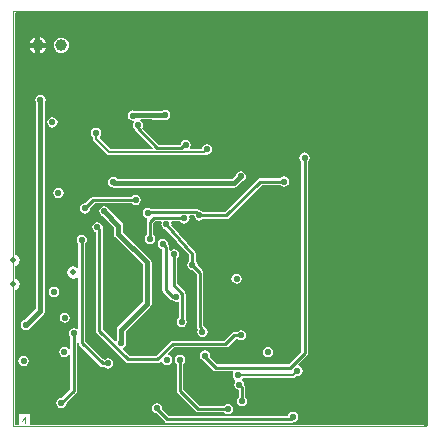
<source format=gbl>
G04 Layer_Physical_Order=4*
G04 Layer_Color=12500520*
%FSLAX43Y43*%
%MOMM*%
G71*
G01*
G75*
%ADD10C,0.254*%
%ADD56C,0.279*%
%ADD57C,0.203*%
%ADD58C,0.429*%
%ADD59C,0.457*%
%ADD60C,0.245*%
%ADD67C,0.100*%
%ADD68C,1.000*%
%ADD69C,0.500*%
%ADD70C,0.550*%
G36*
X71575Y66650D02*
Y31623D01*
Y31605D01*
X71464Y31536D01*
X71377Y31623D01*
X38012D01*
Y31623D01*
Y32599D01*
X37059D01*
Y31623D01*
Y31623D01*
X36741D01*
X36741Y31623D01*
X36741D01*
Y31623D01*
Y31845D01*
D01*
Y31898D01*
Y31907D01*
D01*
Y31927D01*
Y32167D01*
D01*
Y32405D01*
Y32501D01*
D01*
Y32642D01*
Y32645D01*
D01*
Y32737D01*
Y32767D01*
D01*
Y32770D01*
X36741Y33092D01*
D01*
Y33167D01*
Y33220D01*
D01*
Y33239D01*
Y33361D01*
D01*
Y33367D01*
Y34370D01*
D01*
Y34460D01*
Y34684D01*
D01*
Y34687D01*
Y35075D01*
D01*
Y35348D01*
Y35435D01*
D01*
Y35480D01*
Y35557D01*
D01*
Y35606D01*
Y35626D01*
D01*
Y35698D01*
Y35822D01*
D01*
Y35843D01*
X36741Y36246D01*
D01*
Y36299D01*
Y36413D01*
D01*
Y36439D01*
Y36590D01*
D01*
Y36612D01*
Y36674D01*
D01*
Y36674D01*
Y36724D01*
D01*
Y36785D01*
Y36799D01*
D01*
Y36852D01*
Y36875D01*
D01*
Y36917D01*
Y37072D01*
D01*
Y37084D01*
Y37410D01*
D01*
Y37418D01*
Y37541D01*
D01*
Y37563D01*
Y37570D01*
D01*
Y37572D01*
Y37664D01*
D01*
Y37679D01*
Y37708D01*
D01*
Y37773D01*
Y38053D01*
D01*
Y38082D01*
Y38129D01*
D01*
Y38154D01*
Y38223D01*
D01*
Y38243D01*
Y38770D01*
D01*
Y38775D01*
Y38791D01*
D01*
Y38814D01*
X36741Y38942D01*
D01*
Y38965D01*
Y39113D01*
D01*
Y39145D01*
Y39451D01*
D01*
Y39451D01*
Y39653D01*
D01*
Y39653D01*
Y39856D01*
D01*
Y39857D01*
Y40219D01*
D01*
Y40299D01*
Y40741D01*
D01*
Y40908D01*
Y41351D01*
D01*
Y41512D01*
X36741Y43076D01*
X36774Y43083D01*
X36942Y43195D01*
X37054Y43363D01*
X37094Y43561D01*
X37054Y43759D01*
X36942Y43927D01*
X36774Y44039D01*
X36741Y44046D01*
X36741Y45108D01*
X36774Y45115D01*
X36942Y45227D01*
X37054Y45395D01*
X37094Y45593D01*
X37054Y45791D01*
X36942Y45959D01*
X36774Y46071D01*
X36741Y46078D01*
X36741Y47745D01*
D01*
Y47745D01*
Y48554D01*
D01*
Y48641D01*
Y48982D01*
D01*
Y49000D01*
Y49118D01*
D01*
Y49118D01*
Y49236D01*
D01*
Y49292D01*
Y49442D01*
D01*
Y49564D01*
Y50000D01*
D01*
Y50003D01*
Y50167D01*
D01*
Y50186D01*
Y50392D01*
D01*
Y50403D01*
Y50430D01*
D01*
Y50436D01*
X36741Y50905D01*
D01*
Y50963D01*
Y51000D01*
D01*
Y51008D01*
Y51965D01*
D01*
Y51988D01*
Y52392D01*
D01*
Y52440D01*
Y52533D01*
D01*
Y52536D01*
Y52628D01*
D01*
Y52676D01*
X36741Y53992D01*
D01*
Y54133D01*
Y54567D01*
D01*
Y54588D01*
Y54824D01*
D01*
Y54996D01*
Y55680D01*
D01*
Y55697D01*
Y55775D01*
D01*
Y55781D01*
Y55808D01*
D01*
Y55937D01*
Y56047D01*
D01*
Y56080D01*
Y56221D01*
D01*
X36741Y56568D01*
Y56660D01*
D01*
Y56689D01*
Y56804D01*
D01*
Y56824D01*
Y57190D01*
D01*
Y57311D01*
Y57331D01*
D01*
Y57417D01*
Y57428D01*
D01*
Y57450D01*
Y57476D01*
D01*
Y57516D01*
Y57585D01*
D01*
Y57604D01*
Y57680D01*
D01*
Y57686D01*
Y58020D01*
D01*
Y58079D01*
Y58161D01*
D01*
Y58264D01*
Y58289D01*
D01*
Y58994D01*
Y59015D01*
D01*
X36741Y59585D01*
X36741Y63123D01*
D01*
Y63169D01*
Y63235D01*
D01*
Y63303D01*
Y63476D01*
D01*
Y63614D01*
Y63634D01*
D01*
Y64159D01*
Y64270D01*
D01*
Y64419D01*
Y64440D01*
D01*
X36741Y66560D01*
D01*
Y66560D01*
X36831Y66650D01*
X71575Y66650D01*
D02*
G37*
G36*
X37656Y31951D02*
X37733D01*
Y31887D01*
X37656D01*
Y31750D01*
X37586D01*
Y31887D01*
X37338D01*
Y31951D01*
X37599Y32319D01*
X37656D01*
Y31951D01*
D02*
G37*
%LPC*%
G36*
X38862Y59618D02*
X38695Y59585D01*
X38554Y59490D01*
X38459Y59349D01*
X38426Y59182D01*
X38459Y59015D01*
X38474Y58994D01*
Y41512D01*
X37501Y40540D01*
X37476Y40535D01*
X37335Y40440D01*
X37240Y40299D01*
X37207Y40132D01*
X37240Y39965D01*
X37335Y39824D01*
X37476Y39729D01*
X37643Y39696D01*
X37810Y39729D01*
X37951Y39824D01*
X38045Y39965D01*
X38050Y39990D01*
X39137Y41077D01*
X39221Y41203D01*
X39250Y41351D01*
Y58994D01*
X39265Y59015D01*
X39298Y59182D01*
X39265Y59349D01*
X39170Y59490D01*
X39029Y59585D01*
X38862Y59618D01*
D02*
G37*
G36*
X44275Y50186D02*
X44108Y50153D01*
X43967Y50058D01*
X43872Y49917D01*
X43839Y49750D01*
X43872Y49583D01*
X43967Y49442D01*
X44108Y49347D01*
X44133Y49342D01*
X45087Y48389D01*
Y47850D01*
X45116Y47701D01*
X45200Y47575D01*
X47516Y45260D01*
Y42096D01*
X45420Y40000D01*
X45336Y39874D01*
X45306Y39726D01*
Y38796D01*
X45306Y38795D01*
X45168Y38753D01*
X44151Y39771D01*
Y48209D01*
X44151Y48209D01*
X44129Y48318D01*
X44114Y48340D01*
X44124Y48387D01*
X44091Y48554D01*
X43996Y48695D01*
X43855Y48790D01*
X43688Y48823D01*
X43521Y48790D01*
X43380Y48695D01*
X43285Y48554D01*
X43252Y48387D01*
X43285Y48220D01*
X43380Y48079D01*
X43521Y47984D01*
X43581Y47973D01*
Y39653D01*
X43581Y39653D01*
X43603Y39544D01*
X43664Y39451D01*
X46106Y37010D01*
X46199Y36948D01*
X46308Y36926D01*
X46308Y36926D01*
X48769D01*
X48770Y36926D01*
X48879Y36948D01*
X48971Y37010D01*
X49033Y37072D01*
X49171Y37030D01*
X49178Y36993D01*
X49273Y36852D01*
X49414Y36758D01*
X49581Y36724D01*
X49748Y36758D01*
X49889Y36852D01*
X49983Y36993D01*
X50017Y37160D01*
X49983Y37327D01*
X49889Y37468D01*
X49748Y37563D01*
X49711Y37570D01*
X49669Y37708D01*
X50183Y38222D01*
X54534D01*
X54534Y38222D01*
X54643Y38243D01*
X54735Y38305D01*
X55395Y38965D01*
X55551D01*
X55567Y38942D01*
X55708Y38847D01*
X55875Y38814D01*
X56042Y38847D01*
X56183Y38942D01*
X56278Y39083D01*
X56311Y39250D01*
X56278Y39417D01*
X56183Y39558D01*
X56042Y39653D01*
X55875Y39686D01*
X55708Y39653D01*
X55567Y39558D01*
X55551Y39535D01*
X55277D01*
X55277Y39535D01*
X55168Y39513D01*
X55076Y39451D01*
X55076Y39451D01*
X54416Y38791D01*
X50065D01*
X50065Y38791D01*
X49956Y38770D01*
X49863Y38708D01*
X48652Y37496D01*
X46426D01*
X45840Y38082D01*
X45882Y38219D01*
X46003Y38300D01*
X46097Y38441D01*
X46130Y38608D01*
X46097Y38775D01*
X46083Y38796D01*
Y39565D01*
X48179Y41661D01*
X48263Y41787D01*
X48293Y41935D01*
Y45421D01*
X48268Y45545D01*
X48263Y45569D01*
X48179Y45695D01*
X45863Y48011D01*
Y48550D01*
X45839Y48674D01*
X45834Y48699D01*
X45750Y48825D01*
X44683Y49892D01*
X44678Y49917D01*
X44583Y50058D01*
X44442Y50153D01*
X44275Y50186D01*
D02*
G37*
G36*
X49225Y47436D02*
X49058Y47403D01*
X48917Y47308D01*
X48822Y47167D01*
X48789Y47000D01*
X48822Y46833D01*
X48917Y46692D01*
X49058Y46597D01*
X49190Y46571D01*
Y43100D01*
X49190Y43100D01*
X49212Y42991D01*
X49274Y42899D01*
X49854Y42318D01*
X49854Y42318D01*
X49946Y42256D01*
X49984Y42249D01*
X50009Y42211D01*
X50151Y42117D01*
X50317Y42084D01*
X50460Y42112D01*
X50587Y42045D01*
Y40741D01*
X50517Y40694D01*
X50423Y40553D01*
X50390Y40386D01*
X50423Y40219D01*
X50517Y40078D01*
X50659Y39983D01*
X50825Y39950D01*
X50992Y39983D01*
X51134Y40078D01*
X51228Y40219D01*
X51261Y40386D01*
X51228Y40553D01*
X51157Y40660D01*
Y42768D01*
X51135Y42877D01*
X51073Y42970D01*
X51073Y42970D01*
X50450Y43593D01*
Y45777D01*
X50473Y45793D01*
X50568Y45934D01*
X50601Y46101D01*
X50568Y46268D01*
X50473Y46409D01*
X50332Y46504D01*
X50165Y46537D01*
X49998Y46504D01*
X49887Y46429D01*
X49784Y46466D01*
X49760Y46485D01*
Y46750D01*
X49760Y46750D01*
X49738Y46859D01*
X49676Y46951D01*
X49655Y46973D01*
X49661Y47000D01*
X49628Y47167D01*
X49533Y47308D01*
X49392Y47403D01*
X49225Y47436D01*
D02*
G37*
G36*
X40005Y43362D02*
X39838Y43329D01*
X39697Y43234D01*
X39602Y43093D01*
X39569Y42926D01*
X39602Y42759D01*
X39697Y42618D01*
X39838Y42523D01*
X40005Y42490D01*
X40172Y42523D01*
X40313Y42618D01*
X40408Y42759D01*
X40441Y42926D01*
X40408Y43093D01*
X40313Y43234D01*
X40172Y43329D01*
X40005Y43362D01*
D02*
G37*
G36*
X40919Y41177D02*
X40753Y41144D01*
X40611Y41050D01*
X40517Y40908D01*
X40484Y40742D01*
X40517Y40575D01*
X40611Y40433D01*
X40753Y40339D01*
X40919Y40306D01*
X41086Y40339D01*
X41228Y40433D01*
X41322Y40575D01*
X41355Y40742D01*
X41322Y40908D01*
X41228Y41050D01*
X41086Y41144D01*
X40919Y41177D01*
D02*
G37*
G36*
X58141Y38256D02*
X57974Y38223D01*
X57832Y38129D01*
X57738Y37987D01*
X57705Y37821D01*
X57738Y37654D01*
X57832Y37512D01*
X57974Y37418D01*
X58141Y37385D01*
X58307Y37418D01*
X58449Y37512D01*
X58543Y37654D01*
X58576Y37821D01*
X58543Y37987D01*
X58449Y38129D01*
X58307Y38223D01*
X58141Y38256D01*
D02*
G37*
G36*
X48725Y33511D02*
X48558Y33478D01*
X48417Y33383D01*
X48322Y33242D01*
X48289Y33075D01*
X48322Y32908D01*
X48417Y32767D01*
X48558Y32672D01*
X48696Y32645D01*
X49414Y31927D01*
X49505Y31866D01*
X49612Y31845D01*
X60040D01*
X60147Y31866D01*
X60208Y31907D01*
X60249Y31898D01*
X60416Y31932D01*
X60557Y32026D01*
X60651Y32167D01*
X60685Y32334D01*
X60651Y32501D01*
X60557Y32642D01*
X60416Y32737D01*
X60249Y32770D01*
X60082Y32737D01*
X59941Y32642D01*
X59846Y32501D01*
X59827Y32405D01*
X49728D01*
X49144Y32990D01*
X49161Y33075D01*
X49128Y33242D01*
X49033Y33383D01*
X48892Y33478D01*
X48725Y33511D01*
D02*
G37*
G36*
X37586Y32206D02*
X37406Y31951D01*
X37586D01*
Y32206D01*
D02*
G37*
G36*
X50674Y37596D02*
X50507Y37563D01*
X50366Y37468D01*
X50271Y37327D01*
X50238Y37160D01*
X50271Y36993D01*
X50366Y36852D01*
X50394Y36833D01*
Y34568D01*
X50415Y34461D01*
X50476Y34370D01*
X52044Y32802D01*
X52135Y32741D01*
X52242Y32720D01*
X54398D01*
X54417Y32692D01*
X54558Y32597D01*
X54725Y32564D01*
X54892Y32597D01*
X55033Y32692D01*
X55128Y32833D01*
X55161Y33000D01*
X55128Y33167D01*
X55033Y33308D01*
X54892Y33403D01*
X54725Y33436D01*
X54558Y33403D01*
X54417Y33308D01*
X54398Y33280D01*
X52359D01*
X50954Y34684D01*
Y36833D01*
X50982Y36852D01*
X51077Y36993D01*
X51110Y37160D01*
X51077Y37327D01*
X50982Y37468D01*
X50841Y37563D01*
X50674Y37596D01*
D02*
G37*
G36*
X61225Y54736D02*
X61058Y54703D01*
X60917Y54608D01*
X60822Y54467D01*
X60789Y54300D01*
X60822Y54133D01*
X60917Y53992D01*
X60940Y53976D01*
Y37852D01*
X59873Y36785D01*
X53813D01*
X53212Y37387D01*
X53242Y37541D01*
X53209Y37708D01*
X53115Y37849D01*
X52973Y37944D01*
X52807Y37977D01*
X52640Y37944D01*
X52498Y37849D01*
X52404Y37708D01*
X52371Y37541D01*
X52404Y37374D01*
X52498Y37233D01*
X52640Y37139D01*
X52657Y37135D01*
X53494Y36299D01*
X53586Y36237D01*
X53695Y36215D01*
X53695Y36215D01*
X55143D01*
X55210Y36088D01*
X55173Y36032D01*
X55139Y35865D01*
X55173Y35698D01*
X55267Y35557D01*
X55345Y35505D01*
X55386Y35398D01*
X55368Y35348D01*
X55297Y35242D01*
X55264Y35075D01*
X55297Y34908D01*
X55392Y34767D01*
X55533Y34672D01*
X55640Y34651D01*
Y33999D01*
X55617Y33983D01*
X55522Y33842D01*
X55489Y33675D01*
X55522Y33508D01*
X55617Y33367D01*
X55758Y33272D01*
X55925Y33239D01*
X56092Y33272D01*
X56233Y33367D01*
X56328Y33508D01*
X56361Y33675D01*
X56328Y33842D01*
X56233Y33983D01*
X56210Y33999D01*
Y34850D01*
X56188Y34959D01*
X56130Y35046D01*
X56136Y35075D01*
X56103Y35242D01*
X56008Y35383D01*
X55930Y35435D01*
X55913Y35480D01*
X55990Y35606D01*
X60249D01*
X60348Y35626D01*
X60432Y35682D01*
X60572Y35822D01*
X60630Y35810D01*
X60797Y35843D01*
X60938Y35938D01*
X61032Y36079D01*
X61066Y36246D01*
X61032Y36413D01*
X60938Y36554D01*
X60797Y36648D01*
X60735Y36661D01*
X60693Y36799D01*
X61466Y37572D01*
X61528Y37664D01*
X61550Y37773D01*
X61528Y37882D01*
X61510Y37909D01*
Y53976D01*
X61533Y53992D01*
X61628Y54133D01*
X61661Y54300D01*
X61628Y54467D01*
X61533Y54608D01*
X61392Y54703D01*
X61225Y54736D01*
D02*
G37*
G36*
X37440Y37520D02*
X37273Y37487D01*
X37131Y37392D01*
X37037Y37251D01*
X37004Y37084D01*
X37037Y36917D01*
X37131Y36776D01*
X37273Y36681D01*
X37440Y36648D01*
X37606Y36681D01*
X37748Y36776D01*
X37842Y36917D01*
X37875Y37084D01*
X37842Y37251D01*
X37748Y37392D01*
X37606Y37487D01*
X37440Y37520D01*
D02*
G37*
G36*
X39316Y63614D02*
X38824D01*
Y63123D01*
X38988Y63191D01*
X39135Y63303D01*
X39248Y63450D01*
X39316Y63614D01*
D02*
G37*
G36*
X38443D02*
X37951D01*
X38019Y63450D01*
X38132Y63303D01*
X38279Y63191D01*
X38443Y63123D01*
Y63614D01*
D02*
G37*
G36*
X49403Y58348D02*
X49236Y58315D01*
X49161Y58264D01*
X46743Y58276D01*
X46678Y58289D01*
X46511Y58256D01*
X46370Y58161D01*
X46276Y58020D01*
X46242Y57853D01*
X46276Y57686D01*
X46370Y57545D01*
X46511Y57450D01*
X46678Y57417D01*
X46733Y57428D01*
X46765Y57387D01*
X46796Y57311D01*
X46714Y57190D01*
X46681Y57023D01*
X46714Y56856D01*
X46809Y56715D01*
X46848Y56689D01*
X46854Y56660D01*
X46916Y56568D01*
X48370Y55113D01*
X48321Y54996D01*
X44811D01*
X43870Y55937D01*
X43869Y56080D01*
X43964Y56221D01*
X43997Y56388D01*
X43964Y56555D01*
X43869Y56696D01*
X43728Y56791D01*
X43561Y56824D01*
X43394Y56791D01*
X43253Y56696D01*
X43158Y56555D01*
X43125Y56388D01*
X43158Y56221D01*
X43253Y56080D01*
X43302Y56047D01*
Y55880D01*
X43322Y55781D01*
X43378Y55697D01*
X44521Y54554D01*
X44605Y54498D01*
X44704Y54478D01*
X52705D01*
X52804Y54498D01*
X52888Y54554D01*
X52901Y54567D01*
X52959Y54555D01*
X53126Y54588D01*
X53267Y54683D01*
X53362Y54824D01*
X53395Y54991D01*
X53362Y55158D01*
X53267Y55299D01*
X53126Y55394D01*
X52959Y55427D01*
X52792Y55394D01*
X52651Y55299D01*
X52556Y55158D01*
X52524Y54996D01*
X51569D01*
X51501Y55123D01*
X51556Y55205D01*
X51589Y55372D01*
X51556Y55539D01*
X51461Y55680D01*
X51320Y55775D01*
X51153Y55808D01*
X50986Y55775D01*
X50845Y55680D01*
X50750Y55539D01*
X50734Y55455D01*
X50682Y55403D01*
X48886D01*
X47485Y56804D01*
X47520Y56856D01*
X47553Y57023D01*
X47520Y57190D01*
X47425Y57331D01*
X47325Y57398D01*
X47363Y57525D01*
X49226Y57516D01*
X49236Y57509D01*
X49403Y57476D01*
X49570Y57509D01*
X49711Y57604D01*
X49806Y57745D01*
X49839Y57912D01*
X49806Y58079D01*
X49711Y58220D01*
X49570Y58315D01*
X49403Y58348D01*
D02*
G37*
G36*
X38824Y64487D02*
Y63995D01*
X39316D01*
X39248Y64159D01*
X39135Y64306D01*
X38988Y64419D01*
X38824Y64487D01*
D02*
G37*
G36*
X38443D02*
X38279Y64419D01*
X38132Y64306D01*
X38019Y64159D01*
X37951Y63995D01*
X38443D01*
Y64487D01*
D02*
G37*
G36*
X40633Y64463D02*
X40463Y64440D01*
X40304Y64375D01*
X40168Y64270D01*
X40064Y64134D01*
X39998Y63975D01*
X39975Y63805D01*
X39998Y63634D01*
X40064Y63476D01*
X40168Y63340D01*
X40304Y63235D01*
X40463Y63169D01*
X40633Y63147D01*
X40804Y63169D01*
X40962Y63235D01*
X41099Y63340D01*
X41203Y63476D01*
X41269Y63634D01*
X41291Y63805D01*
X41269Y63975D01*
X41203Y64134D01*
X41099Y64270D01*
X40962Y64375D01*
X40804Y64440D01*
X40633Y64463D01*
D02*
G37*
G36*
X39878Y57713D02*
X39711Y57680D01*
X39570Y57585D01*
X39475Y57444D01*
X39442Y57277D01*
X39475Y57110D01*
X39570Y56969D01*
X39711Y56874D01*
X39878Y56841D01*
X40045Y56874D01*
X40186Y56969D01*
X40281Y57110D01*
X40314Y57277D01*
X40281Y57444D01*
X40186Y57585D01*
X40045Y57680D01*
X39878Y57713D01*
D02*
G37*
G36*
X40386Y51744D02*
X40219Y51711D01*
X40078Y51616D01*
X39983Y51475D01*
X39950Y51308D01*
X39983Y51141D01*
X40078Y51000D01*
X40219Y50905D01*
X40386Y50872D01*
X40553Y50905D01*
X40694Y51000D01*
X40789Y51141D01*
X40822Y51308D01*
X40789Y51475D01*
X40694Y51616D01*
X40553Y51711D01*
X40386Y51744D01*
D02*
G37*
G36*
X42367Y47778D02*
X42200Y47745D01*
X42059Y47650D01*
X41965Y47509D01*
X41931Y47342D01*
X41965Y47175D01*
X42059Y47034D01*
X42082Y47019D01*
Y45056D01*
X41955Y44988D01*
X41854Y45055D01*
X41656Y45095D01*
X41458Y45055D01*
X41290Y44943D01*
X41178Y44775D01*
X41138Y44577D01*
X41178Y44379D01*
X41290Y44211D01*
X41458Y44099D01*
X41656Y44059D01*
X41854Y44099D01*
X41955Y44166D01*
X42082Y44098D01*
Y39801D01*
X41955Y39752D01*
X41848Y39823D01*
X41681Y39857D01*
X41515Y39823D01*
X41373Y39729D01*
X41279Y39588D01*
X41246Y39421D01*
X41279Y39254D01*
X41373Y39113D01*
X41397Y39097D01*
Y38092D01*
X41270Y38053D01*
X41202Y38154D01*
X41061Y38249D01*
X40894Y38282D01*
X40727Y38249D01*
X40586Y38154D01*
X40491Y38013D01*
X40458Y37846D01*
X40491Y37679D01*
X40586Y37538D01*
X40727Y37443D01*
X40894Y37410D01*
X41061Y37443D01*
X41202Y37538D01*
X41270Y37639D01*
X41397Y37600D01*
Y34687D01*
X40667Y33958D01*
X40640Y33964D01*
X40473Y33931D01*
X40332Y33836D01*
X40237Y33695D01*
X40204Y33528D01*
X40237Y33361D01*
X40332Y33220D01*
X40473Y33125D01*
X40640Y33092D01*
X40807Y33125D01*
X40948Y33220D01*
X41043Y33361D01*
X41076Y33528D01*
X41070Y33555D01*
X41883Y34368D01*
X41883Y34368D01*
X41945Y34460D01*
X41966Y34569D01*
X41966Y34569D01*
Y38565D01*
X42093Y38578D01*
X42104Y38524D01*
X42166Y38431D01*
X43924Y36674D01*
X43924Y36674D01*
X44016Y36612D01*
X44125Y36590D01*
X44276D01*
X44292Y36567D01*
X44433Y36472D01*
X44600Y36439D01*
X44767Y36472D01*
X44908Y36567D01*
X45003Y36708D01*
X45036Y36875D01*
X45003Y37042D01*
X44908Y37183D01*
X44767Y37278D01*
X44600Y37311D01*
X44433Y37278D01*
X44292Y37183D01*
X44171Y37231D01*
X42652Y38751D01*
Y47019D01*
X42675Y47034D01*
X42770Y47175D01*
X42803Y47342D01*
X42770Y47509D01*
X42675Y47650D01*
X42534Y47745D01*
X42367Y47778D01*
D02*
G37*
G36*
X55475Y44486D02*
X55308Y44453D01*
X55167Y44358D01*
X55072Y44217D01*
X55039Y44050D01*
X55072Y43883D01*
X55167Y43742D01*
X55308Y43647D01*
X55475Y43614D01*
X55642Y43647D01*
X55783Y43742D01*
X55878Y43883D01*
X55911Y44050D01*
X55878Y44217D01*
X55783Y44358D01*
X55642Y44453D01*
X55475Y44486D01*
D02*
G37*
G36*
X55825Y53136D02*
X55658Y53103D01*
X55517Y53008D01*
X55422Y52867D01*
X55417Y52842D01*
X55098Y52522D01*
X45340D01*
X45333Y52533D01*
X45192Y52628D01*
X45025Y52661D01*
X44858Y52628D01*
X44717Y52533D01*
X44622Y52392D01*
X44589Y52225D01*
X44622Y52058D01*
X44717Y51917D01*
X44858Y51822D01*
X44913Y51812D01*
X44967Y51775D01*
X45116Y51746D01*
X55259D01*
X55408Y51775D01*
X55534Y51859D01*
X55967Y52292D01*
X55992Y52297D01*
X56133Y52392D01*
X56228Y52533D01*
X56261Y52700D01*
X56228Y52867D01*
X56133Y53008D01*
X55992Y53103D01*
X55825Y53136D01*
D02*
G37*
G36*
X59487Y52709D02*
X59320Y52676D01*
X59179Y52581D01*
X59163Y52558D01*
X57480D01*
X57371Y52536D01*
X57279Y52475D01*
X57279Y52475D01*
X54492Y49688D01*
X52648D01*
X52632Y49711D01*
X52491Y49806D01*
X52324Y49839D01*
X52297Y49833D01*
X52239Y49890D01*
X52230Y49905D01*
X52137Y49967D01*
X52028Y49988D01*
X48138D01*
X48117Y50003D01*
X47950Y50036D01*
X47783Y50003D01*
X47642Y49908D01*
X47547Y49767D01*
X47514Y49600D01*
X47547Y49433D01*
X47642Y49292D01*
X47783Y49197D01*
X47879Y49178D01*
X47916Y49089D01*
X47924Y49040D01*
X47870Y48959D01*
X47848Y48850D01*
X47848Y48850D01*
Y47745D01*
X47825Y47730D01*
X47730Y47589D01*
X47697Y47422D01*
X47730Y47255D01*
X47825Y47114D01*
X47966Y47019D01*
X48133Y46986D01*
X48300Y47019D01*
X48441Y47114D01*
X48536Y47255D01*
X48569Y47422D01*
X48536Y47589D01*
X48441Y47730D01*
X48418Y47745D01*
Y48732D01*
X48596Y48911D01*
X49055D01*
X49123Y48784D01*
X49094Y48641D01*
X49127Y48474D01*
X49222Y48333D01*
X49363Y48238D01*
X49530Y48205D01*
X49533Y48206D01*
X51447Y46032D01*
Y45530D01*
X51432Y45520D01*
X51337Y45379D01*
X51304Y45212D01*
X51337Y45045D01*
X51432Y44904D01*
X51573Y44809D01*
X51740Y44776D01*
X51760Y44780D01*
X52090Y44451D01*
Y39954D01*
X52090Y39954D01*
X52112Y39845D01*
X52174Y39753D01*
X52190Y39736D01*
X52175Y39715D01*
X52142Y39548D01*
X52175Y39381D01*
X52270Y39240D01*
X52411Y39145D01*
X52578Y39112D01*
X52745Y39145D01*
X52886Y39240D01*
X52981Y39381D01*
X53014Y39548D01*
X52981Y39715D01*
X52886Y39856D01*
X52810Y39907D01*
X52779Y39952D01*
X52779Y39952D01*
X52660Y40072D01*
Y44569D01*
X52660Y44569D01*
X52638Y44678D01*
X52576Y44770D01*
X52576Y44770D01*
X52169Y45178D01*
X52176Y45212D01*
X52142Y45379D01*
X52048Y45520D01*
X52017Y45541D01*
Y46139D01*
X52007Y46185D01*
X52001Y46231D01*
X51997Y46239D01*
X51995Y46248D01*
X51969Y46287D01*
X51946Y46327D01*
X49955Y48589D01*
X49966Y48641D01*
X49937Y48784D01*
X50005Y48911D01*
X50699D01*
X50746Y48841D01*
X50887Y48746D01*
X51054Y48713D01*
X51221Y48746D01*
X51362Y48841D01*
X51457Y48982D01*
X51490Y49149D01*
X51461Y49292D01*
X51529Y49419D01*
X51875D01*
X51888Y49403D01*
X51921Y49236D01*
X52016Y49095D01*
X52157Y49000D01*
X52324Y48967D01*
X52491Y49000D01*
X52632Y49095D01*
X52648Y49118D01*
X54610D01*
X54610Y49118D01*
X54719Y49140D01*
X54811Y49202D01*
X57598Y51988D01*
X59163D01*
X59179Y51965D01*
X59320Y51871D01*
X59487Y51837D01*
X59654Y51871D01*
X59795Y51965D01*
X59889Y52106D01*
X59923Y52273D01*
X59889Y52440D01*
X59795Y52581D01*
X59654Y52676D01*
X59487Y52709D01*
D02*
G37*
G36*
X46925Y51136D02*
X46758Y51103D01*
X46617Y51008D01*
X46601Y50985D01*
X43350D01*
X43350Y50985D01*
X43241Y50963D01*
X43149Y50901D01*
X43149Y50901D01*
X42677Y50430D01*
X42650Y50436D01*
X42483Y50403D01*
X42342Y50308D01*
X42247Y50167D01*
X42214Y50000D01*
X42247Y49833D01*
X42342Y49692D01*
X42483Y49597D01*
X42650Y49564D01*
X42817Y49597D01*
X42958Y49692D01*
X43053Y49833D01*
X43086Y50000D01*
X43080Y50027D01*
X43468Y50415D01*
X46601D01*
X46617Y50392D01*
X46758Y50297D01*
X46925Y50264D01*
X47092Y50297D01*
X47233Y50392D01*
X47328Y50533D01*
X47361Y50700D01*
X47328Y50867D01*
X47233Y51008D01*
X47092Y51103D01*
X46925Y51136D01*
D02*
G37*
%LPD*%
D10*
X55277Y39250D02*
X55875D01*
X54534Y38506D02*
X55277Y39250D01*
X50055Y42520D02*
X50317D01*
X50872Y40432D02*
Y42768D01*
X49475Y43100D02*
X50055Y42520D01*
X50825Y40386D02*
X50872Y40432D01*
X50165Y43475D02*
X50872Y42768D01*
X61225Y37813D02*
Y54300D01*
Y37813D02*
X61265Y37773D01*
X59991Y36500D02*
X61265Y37773D01*
X53695Y36500D02*
X59991D01*
X52807Y37389D02*
X53695Y36500D01*
X52026Y49701D02*
X52324Y49403D01*
X52026Y49701D02*
X52028Y49703D01*
X48053D02*
X52028D01*
X50804Y49195D02*
X50851Y49149D01*
X48478Y49195D02*
X50804D01*
X48133Y48850D02*
X48478Y49195D01*
X47950Y49600D02*
X48053Y49703D01*
X42650Y50000D02*
X43350Y50700D01*
X46925D01*
X51732Y45212D02*
Y46139D01*
X49530Y48641D02*
X51732Y46139D01*
X49225Y47000D02*
X49475Y46750D01*
Y43100D02*
Y46750D01*
X50165Y43475D02*
Y46101D01*
X51732Y45212D02*
X52375Y44569D01*
Y39954D02*
Y44569D01*
Y39954D02*
X52578Y39751D01*
X54610Y49403D02*
X57480Y52273D01*
X55700Y35075D02*
X55925Y34850D01*
Y33675D02*
Y34850D01*
X52807Y37389D02*
Y37541D01*
X42367Y38633D02*
Y47342D01*
X46308Y37211D02*
X48770D01*
X43866Y39653D02*
Y48209D01*
Y39653D02*
X46308Y37211D01*
X44125Y36875D02*
X44600D01*
X42367Y38633D02*
X44125Y36875D01*
X48133Y47422D02*
Y48850D01*
X50851Y49149D02*
X51054D01*
X52324Y49403D02*
X54610D01*
X40640Y33528D02*
X41681Y34569D01*
X50065Y38506D02*
X54534D01*
X48770Y37211D02*
X50065Y38506D01*
X43688Y48387D02*
X43866Y48209D01*
X57480Y52273D02*
X59487D01*
X47117Y56769D02*
X48768Y55118D01*
X50800D01*
X51105Y55423D01*
X41681Y34569D02*
Y39421D01*
X52578Y39548D02*
Y39751D01*
X51105Y55423D02*
X51153Y55375D01*
Y55372D02*
Y55375D01*
D56*
X46629Y57804D02*
X46727Y57902D01*
D57*
X47117Y56769D02*
Y57023D01*
X43561Y55880D02*
Y56388D01*
Y55880D02*
X44704Y54737D01*
X52705D01*
X52959Y54991D01*
X55575Y35865D02*
X60249D01*
X60630Y36246D01*
D58*
X49380Y57889D02*
X49403Y57912D01*
X46727Y57902D02*
X49380Y57889D01*
D59*
X44275Y49750D02*
X45475Y48550D01*
Y47850D02*
Y48550D01*
Y47850D02*
X47904Y45421D01*
Y41935D02*
Y45421D01*
X55259Y52134D02*
X55825Y52700D01*
X45116Y52134D02*
X55259D01*
X45025Y52225D02*
X45116Y52134D01*
X45695Y38608D02*
Y39726D01*
X47904Y41935D01*
X37643Y40132D02*
X38862Y41351D01*
Y59182D01*
D60*
X60040Y32125D02*
X60249Y32334D01*
X49612Y32125D02*
X60040D01*
X48725Y33012D02*
X49612Y32125D01*
X48725Y33012D02*
Y33075D01*
X52242Y33000D02*
X54725D01*
X50674Y34568D02*
X52242Y33000D01*
X50674Y34568D02*
Y37160D01*
D67*
X71527Y31575D02*
X71575Y31623D01*
X36575Y66725D02*
X71600D01*
X36576Y31623D02*
Y66725D01*
X36576Y31575D02*
X71527D01*
X71600Y31623D02*
Y66725D01*
D68*
X40633Y63805D02*
D03*
X38633D02*
D03*
D69*
X36576Y43561D02*
D03*
Y45593D02*
D03*
X41656Y44577D02*
D03*
D70*
X46678Y57853D02*
D03*
X48725Y33075D02*
D03*
X55875Y39250D02*
D03*
X50317Y42520D02*
D03*
X65575Y64725D02*
D03*
X61225Y54300D02*
D03*
X47950Y49600D02*
D03*
X46925Y50700D02*
D03*
X45025Y52225D02*
D03*
X55825Y52700D02*
D03*
X49225Y47000D02*
D03*
X54725Y33000D02*
D03*
X55925Y33675D02*
D03*
X55700Y35075D02*
D03*
X51550Y37650D02*
D03*
X50674Y37160D02*
D03*
X52807Y37541D02*
D03*
X42367Y47342D02*
D03*
X44600Y36875D02*
D03*
X65202Y34112D02*
D03*
X60875Y34300D02*
D03*
X65278Y36906D02*
D03*
X62825Y36700D02*
D03*
X62350Y39650D02*
D03*
X65100Y40157D02*
D03*
Y43104D02*
D03*
X53475Y42500D02*
D03*
X65075Y46126D02*
D03*
X62475Y45900D02*
D03*
X65075Y49200D02*
D03*
X62751Y52685D02*
D03*
X65100Y52705D02*
D03*
X70925Y61025D02*
D03*
X40742Y61468D02*
D03*
X42494Y62992D02*
D03*
X43917Y61341D02*
D03*
X44577Y62941D02*
D03*
X41050Y32375D02*
D03*
X39250Y32400D02*
D03*
X37400Y33700D02*
D03*
Y49875D02*
D03*
X37325Y53800D02*
D03*
X37400Y57250D02*
D03*
X61000Y64675D02*
D03*
X37300Y63550D02*
D03*
X37350Y65875D02*
D03*
X39350D02*
D03*
X41200D02*
D03*
X43500Y65900D02*
D03*
X53025Y65800D02*
D03*
X69825Y57875D02*
D03*
X58674Y53086D02*
D03*
X59975Y51125D02*
D03*
X62175Y50875D02*
D03*
X59950Y48350D02*
D03*
X58900Y45925D02*
D03*
X62525Y42450D02*
D03*
X57800Y34625D02*
D03*
X64450Y32450D02*
D03*
X67375Y32500D02*
D03*
X70950Y32675D02*
D03*
X70975Y35525D02*
D03*
Y38625D02*
D03*
Y41675D02*
D03*
X71000Y44625D02*
D03*
X71025Y47750D02*
D03*
X71000Y50575D02*
D03*
Y54275D02*
D03*
X64825Y56675D02*
D03*
X62950Y56700D02*
D03*
X70150Y66000D02*
D03*
X67225Y65975D02*
D03*
X59625Y65875D02*
D03*
X57125Y65850D02*
D03*
X46250Y65900D02*
D03*
X47307Y64046D02*
D03*
X48875Y65925D02*
D03*
X51150Y64575D02*
D03*
X66825Y56625D02*
D03*
X68656Y64389D02*
D03*
X65837Y62509D02*
D03*
X64450Y65850D02*
D03*
X63225Y64750D02*
D03*
X62050Y65900D02*
D03*
X58775Y64625D02*
D03*
X59925Y63725D02*
D03*
X56600Y64675D02*
D03*
X55400Y65775D02*
D03*
X54225Y64650D02*
D03*
X53475Y63075D02*
D03*
X51950Y56975D02*
D03*
X70850Y62275D02*
D03*
X64750Y55200D02*
D03*
X66325Y59450D02*
D03*
X64425D02*
D03*
X62550Y60050D02*
D03*
X51333Y58928D02*
D03*
X52500Y60025D02*
D03*
X53450Y58900D02*
D03*
X55250Y59925D02*
D03*
X57325Y60050D02*
D03*
X58950D02*
D03*
X66775Y55150D02*
D03*
X62950D02*
D03*
X60725Y60050D02*
D03*
X61100Y56775D02*
D03*
X58850Y56900D02*
D03*
X55625Y56975D02*
D03*
X53550D02*
D03*
X50275D02*
D03*
X48133Y47422D02*
D03*
X47117Y57023D02*
D03*
X52959Y54991D02*
D03*
X52324Y49403D02*
D03*
X43688Y48387D02*
D03*
X50165Y46101D02*
D03*
X45593Y58801D02*
D03*
X40005Y38862D02*
D03*
X51054Y49149D02*
D03*
X40386Y51308D02*
D03*
X49530Y48641D02*
D03*
X40894Y37846D02*
D03*
X46584Y61366D02*
D03*
X47752D02*
D03*
X49403Y57912D02*
D03*
X38862Y59182D02*
D03*
X39878Y57277D02*
D03*
X58233Y51104D02*
D03*
X43561Y56388D02*
D03*
X40640Y33528D02*
D03*
X40437Y35484D02*
D03*
X40005Y42926D02*
D03*
X60579Y55042D02*
D03*
X37440Y37084D02*
D03*
X40919Y40742D02*
D03*
X49581Y37160D02*
D03*
X45695Y38608D02*
D03*
X47396Y34163D02*
D03*
X68580Y34188D02*
D03*
X68478Y36906D02*
D03*
X68580Y43180D02*
D03*
Y46355D02*
D03*
Y49530D02*
D03*
Y52705D02*
D03*
X37338Y46888D02*
D03*
X42250Y51400D02*
D03*
X40996Y54737D02*
D03*
X52275Y48075D02*
D03*
X68580Y40005D02*
D03*
X37490Y42469D02*
D03*
X42650Y50000D02*
D03*
X44275Y49750D02*
D03*
X47074Y45042D02*
D03*
Y43942D02*
D03*
Y42842D02*
D03*
X45974Y45042D02*
D03*
Y43942D02*
D03*
Y42842D02*
D03*
X44874Y45042D02*
D03*
Y43942D02*
D03*
Y42842D02*
D03*
X48472Y52790D02*
D03*
Y53890D02*
D03*
X49572Y52790D02*
D03*
Y53890D02*
D03*
X59487Y52273D02*
D03*
X60249Y32334D02*
D03*
X41681Y39421D02*
D03*
X52578Y39548D02*
D03*
X60630Y36246D02*
D03*
X55575Y35865D02*
D03*
X50825Y40386D02*
D03*
X51740Y45212D02*
D03*
X58141Y37821D02*
D03*
X37643Y40132D02*
D03*
X55475Y44050D02*
D03*
X62778Y48952D02*
D03*
X56032Y46761D02*
D03*
X51153Y55372D02*
D03*
X45150Y32614D02*
D03*
X49450Y38950D02*
D03*
X54075Y54875D02*
D03*
M02*

</source>
